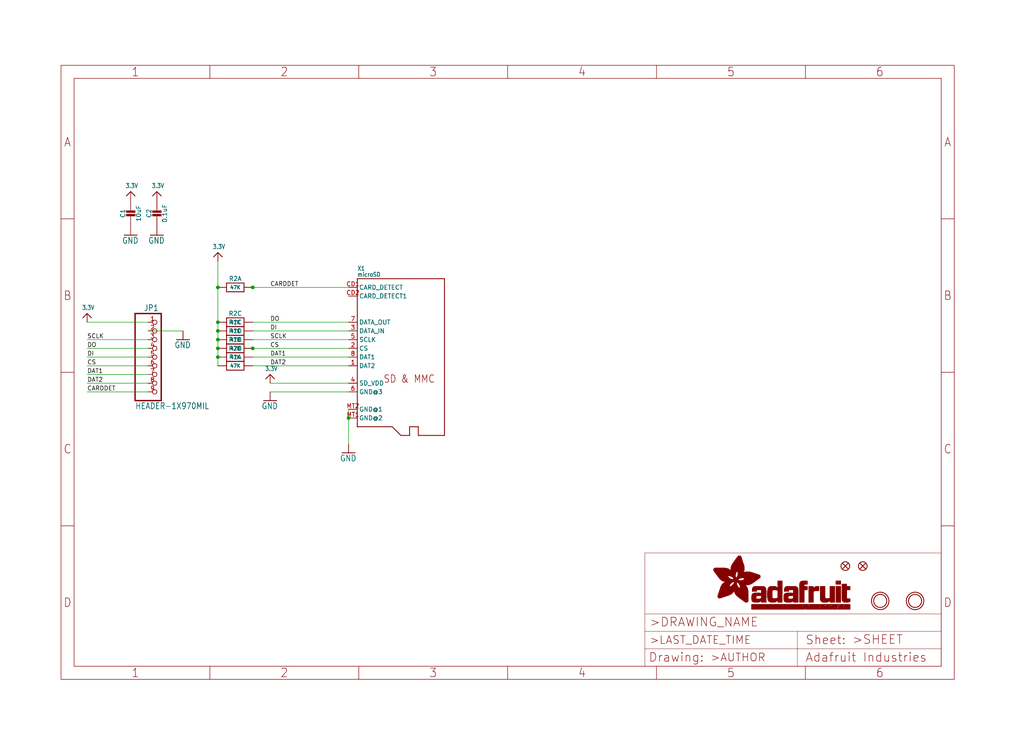
<source format=kicad_sch>
(kicad_sch (version 20211123) (generator eeschema)
  (paper "User" 298.45 217.881)
  (lib_symbols
    (symbol "eagleSchem-eagle-import:3.3V" (power)
      (property "Value" "3.3V" (at -1.524 1.016 0))
      (symbol "3.3V_1_0"
        (pin power_in line (at 0 -2.54 90) (length 2.54) (name "3.3V") (number "1"))
      )
    )
    (symbol "eagleSchem-eagle-import:CAP_CERAMIC0603_NO"
      (property "Reference" "C" (at -2.29 1.25 90))
      (property "Value" "CAP_CERAMIC0603_NO" (at 2.3 1.25 90))
      (symbol "CAP_CERAMIC0603_NO_1_0"
        (pin passive line (at 0 5.08 270) (length 2.54) (name "1") (number "1"))
        (pin passive line (at 0 -2.54 90) (length 2.54) (name "2") (number "2"))
      )
    )
    (symbol "eagleSchem-eagle-import:CAP_CERAMIC0805-NOOUTLINE"
      (property "Reference" "C" (at -2.29 1.25 90))
      (property "Value" "CAP_CERAMIC0805-NOOUTLINE" (at 2.3 1.25 90))
      (symbol "CAP_CERAMIC0805-NOOUTLINE_1_0"
        (pin passive line (at 0 5.08 270) (length 2.54) (name "1") (number "1"))
        (pin passive line (at 0 -2.54 90) (length 2.54) (name "2") (number "2"))
      )
    )
    (symbol "eagleSchem-eagle-import:FIDUCIAL{dblquote}{dblquote}")
    (symbol "eagleSchem-eagle-import:FRAME_A4_ADAFRUIT"
      (symbol "FRAME_A4_ADAFRUIT_0_0"
        (text "1" (at 21.6958 1.905 0) (effects (font (size 2.54 2.286))))
        (text "1" (at 21.6958 177.165 0) (effects (font (size 2.54 2.286))))
        (text "2" (at 65.0875 1.905 0) (effects (font (size 2.54 2.286))))
        (text "2" (at 65.0875 177.165 0) (effects (font (size 2.54 2.286))))
        (text "3" (at 108.4792 1.905 0) (effects (font (size 2.54 2.286))))
        (text "3" (at 108.4792 177.165 0) (effects (font (size 2.54 2.286))))
        (text "4" (at 151.8708 1.905 0) (effects (font (size 2.54 2.286))))
        (text "4" (at 151.8708 177.165 0) (effects (font (size 2.54 2.286))))
        (text "5" (at 195.2625 1.905 0) (effects (font (size 2.54 2.286))))
        (text "5" (at 195.2625 177.165 0) (effects (font (size 2.54 2.286))))
        (text "6" (at 238.6542 1.905 0) (effects (font (size 2.54 2.286))))
        (text "6" (at 238.6542 177.165 0) (effects (font (size 2.54 2.286))))
        (text "A" (at 1.905 156.6863 0) (effects (font (size 2.54 2.286))))
        (text "A" (at 258.445 156.6863 0) (effects (font (size 2.54 2.286))))
        (text "B" (at 1.905 111.9188 0) (effects (font (size 2.54 2.286))))
        (text "B" (at 258.445 111.9188 0) (effects (font (size 2.54 2.286))))
        (text "C" (at 1.905 67.1513 0) (effects (font (size 2.54 2.286))))
        (text "C" (at 258.445 67.1513 0) (effects (font (size 2.54 2.286))))
        (text "D" (at 1.905 22.3838 0) (effects (font (size 2.54 2.286))))
        (text "D" (at 258.445 22.3838 0) (effects (font (size 2.54 2.286))))
      )
      (symbol "FRAME_A4_ADAFRUIT_1_0"
        (text ">AUTHOR" (at 189.23 5.08 0) (effects (font (size 2.286 2.286)) (justify left bottom)))
        (text ">DRAWING_NAME" (at 171.45 15.24 0) (effects (font (size 2.54 2.54)) (justify left bottom)))
        (text ">LAST_DATE_TIME" (at 171.45 10.16 0) (effects (font (size 2.286 2.286)) (justify left bottom)))
        (text ">SHEET" (at 230.505 10.16 0) (effects (font (size 2.54 2.54)) (justify left bottom)))
        (text "Adafruit Industries" (at 216.916 4.953 0) (effects (font (size 2.54 2.54)) (justify left bottom)))
        (text "Drawing:" (at 171.196 4.953 0) (effects (font (size 2.54 2.54)) (justify left bottom)))
        (text "Sheet:" (at 216.916 10.033 0) (effects (font (size 2.54 2.54)) (justify left bottom)))
      )
    )
    (symbol "eagleSchem-eagle-import:GND" (power)
      (property "Value" "GND" (at -2.54 -2.54 0))
      (symbol "GND_1_0"
        (pin power_in line (at 0 2.54 270) (length 2.54) (name "GND") (number "1"))
      )
    )
    (symbol "eagleSchem-eagle-import:HEADER-1X970MIL"
      (property "Reference" "JP" (at -6.35 13.335 0))
      (property "Value" "HEADER-1X970MIL" (at -6.35 -15.24 0))
      (symbol "HEADER-1X970MIL_1_0"
        (pin passive inverted (at -2.54 10.16 0) (length 2.54) (name "1") (number "1"))
        (pin passive inverted (at -2.54 7.62 0) (length 2.54) (name "2") (number "2"))
        (pin passive inverted (at -2.54 5.08 0) (length 2.54) (name "3") (number "3"))
        (pin passive inverted (at -2.54 2.54 0) (length 2.54) (name "4") (number "4"))
        (pin passive inverted (at -2.54 0 0) (length 2.54) (name "5") (number "5"))
        (pin passive inverted (at -2.54 -2.54 0) (length 2.54) (name "6") (number "6"))
        (pin passive inverted (at -2.54 -5.08 0) (length 2.54) (name "7") (number "7"))
        (pin passive inverted (at -2.54 -7.62 0) (length 2.54) (name "8") (number "8"))
        (pin passive inverted (at -2.54 -10.16 0) (length 2.54) (name "9") (number "9"))
      )
    )
    (symbol "eagleSchem-eagle-import:MICROSD"
      (property "Reference" "X" (at -12.7 22.606 0))
      (property "Value" "MICROSD" (at -12.7 20.828 0))
      (symbol "MICROSD_1_0"
        (text "SD & MMC" (at -5.08 -10.16 0) (effects (font (size 2.1844 1.8567)) (justify left bottom)))
        (pin bidirectional line (at -15.24 -5.08 0) (length 2.54) (name "DAT2") (number "1"))
        (pin input line (at -15.24 0 0) (length 2.54) (name "CS") (number "2"))
        (pin input line (at -15.24 5.08 0) (length 2.54) (name "DATA_IN") (number "3"))
        (pin power_in line (at -15.24 -10.16 0) (length 2.54) (name "SD_VDD") (number "4"))
        (pin input line (at -15.24 2.54 0) (length 2.54) (name "SCLK") (number "5"))
        (pin power_in line (at -15.24 -12.7 0) (length 2.54) (name "GND@3") (number "6"))
        (pin output line (at -15.24 7.62 0) (length 2.54) (name "DATA_OUT") (number "7"))
        (pin bidirectional line (at -15.24 -2.54 0) (length 2.54) (name "DAT1") (number "8"))
        (pin passive line (at -15.24 17.78 0) (length 2.54) (name "CARD_DETECT") (number "CD1"))
        (pin passive line (at -15.24 15.24 0) (length 2.54) (name "CARD_DETECT1") (number "CD2"))
        (pin power_in line (at -15.24 -20.32 0) (length 2.54) (name "GND@2") (number "MT1"))
        (pin power_in line (at -15.24 -17.78 0) (length 2.54) (name "GND@1") (number "MT2"))
      )
    )
    (symbol "eagleSchem-eagle-import:MOUNTINGHOLE2.5")
    (symbol "eagleSchem-eagle-import:RESISTOR_4PACK"
      (property "Reference" "R" (at 0 2.54 0))
      (property "Value" "RESISTOR_4PACK" (at 0 0 0))
      (symbol "RESISTOR_4PACK_1_0"
        (pin passive line (at -5.08 0 0) (length 2.54) (name "1") (number "1"))
        (pin passive line (at 5.08 0 180) (length 2.54) (name "2") (number "8"))
      )
      (symbol "RESISTOR_4PACK_2_0"
        (pin passive line (at -5.08 0 0) (length 2.54) (name "1") (number "2"))
        (pin passive line (at 5.08 0 180) (length 2.54) (name "2") (number "7"))
      )
      (symbol "RESISTOR_4PACK_3_0"
        (pin passive line (at -5.08 0 0) (length 2.54) (name "1") (number "3"))
        (pin passive line (at 5.08 0 180) (length 2.54) (name "2") (number "6"))
      )
      (symbol "RESISTOR_4PACK_4_0"
        (pin passive line (at -5.08 0 0) (length 2.54) (name "1") (number "4"))
        (pin passive line (at 5.08 0 180) (length 2.54) (name "2") (number "5"))
      )
    )
  )
  (junction (at 63.5 101.6))
  (junction (at 63.5 83.82))
  (junction (at 63.5 99.06))
  (junction (at 73.66 83.82))
  (junction (at 63.5 93.98))
  (junction (at 63.5 96.52))
  (junction (at 63.5 104.14))
  (junction (at 73.66 101.6))
  (junction (at 101.6 121.92))
  (wire (pts (xy 25.4 93.98) (xy 43.18 93.98)))
  (wire (pts (xy 63.5 106.68) (xy 63.5 104.14)))
  (wire (pts (xy 25.4 114.3) (xy 43.18 114.3)))
  (wire (pts (xy 73.66 106.68) (xy 101.6 106.68)))
  (wire (pts (xy 43.18 104.14) (xy 25.4 104.14)))
  (wire (pts (xy 63.5 101.6) (xy 63.5 99.06)))
  (wire (pts (xy 73.66 104.14) (xy 101.6 104.14)))
  (wire (pts (xy 101.6 99.06) (xy 73.66 99.06)))
  (wire (pts (xy 25.4 109.22) (xy 43.18 109.22)))
  (wire (pts (xy 63.5 104.14) (xy 63.5 101.6)))
  (wire (pts (xy 25.4 111.76) (xy 43.18 111.76)))
  (wire (pts (xy 101.6 114.3) (xy 78.74 114.3)))
  (wire (pts (xy 73.66 83.82) (xy 71.12 83.82)))
  (wire (pts (xy 101.6 121.92) (xy 101.6 129.54)))
  (wire (pts (xy 63.5 96.52) (xy 63.5 93.98)))
  (wire (pts (xy 63.5 83.82) (xy 63.5 76.2)))
  (wire (pts (xy 101.6 83.82) (xy 73.66 83.82)))
  (wire (pts (xy 53.34 96.52) (xy 43.18 96.52)))
  (wire (pts (xy 101.6 111.76) (xy 78.74 111.76)))
  (wire (pts (xy 71.12 101.6) (xy 73.66 101.6)))
  (wire (pts (xy 73.66 96.52) (xy 101.6 96.52)))
  (wire (pts (xy 25.4 101.6) (xy 43.18 101.6)))
  (wire (pts (xy 101.6 119.38) (xy 101.6 121.92)))
  (wire (pts (xy 25.4 106.68) (xy 43.18 106.68)))
  (wire (pts (xy 63.5 99.06) (xy 63.5 96.52)))
  (wire (pts (xy 63.5 93.98) (xy 63.5 83.82)))
  (wire (pts (xy 43.18 99.06) (xy 25.4 99.06)))
  (wire (pts (xy 101.6 93.98) (xy 73.66 93.98)))
  (wire (pts (xy 73.66 101.6) (xy 101.6 101.6)))
  (label "DAT1" (at 25.4 109.22 0) (effects (font (size 1.2446 1.2446))))
  (label "DO" (at 25.4 101.6 0) (effects (font (size 1.2446 1.2446))))
  (label "CS" (at 25.4 106.68 0) (effects (font (size 1.2446 1.2446))))
  (label "DAT1" (at 78.74 104.14 0) (effects (font (size 1.2446 1.2446))))
  (label "CS" (at 78.74 101.6 0) (effects (font (size 1.2446 1.2446))))
  (label "CARDDET" (at 78.74 83.82 0) (effects (font (size 1.2446 1.2446))))
  (label "DI" (at 78.74 96.52 0) (effects (font (size 1.2446 1.2446))))
  (label "DI" (at 25.4 104.14 0) (effects (font (size 1.2446 1.2446))))
  (label "CARDDET" (at 25.4 114.3 0) (effects (font (size 1.2446 1.2446))))
  (label "DAT2" (at 78.74 106.68 0) (effects (font (size 1.2446 1.2446))))
  (label "DO" (at 78.74 93.98 0) (effects (font (size 1.2446 1.2446))))
  (label "SCLK" (at 25.4 99.06 0) (effects (font (size 1.2446 1.2446))))
  (label "DAT2" (at 25.4 111.76 0) (effects (font (size 1.2446 1.2446))))
  (label "SCLK" (at 78.74 99.06 0) (effects (font (size 1.2446 1.2446))))
  (symbol (lib_id "eagleSchem-eagle-import:3.3V") (at 45.72 55.88 0) (unit 1)
    (property "Reference" "#U$10" (effects hide))
    (property "Value" "3.3V" (at 44.196 54.864 0) (effects (font (size 1.27 1.0795)) (justify left bottom)))
    (property "Footprint" "eagleSchem:" (effects hide))
  )
  (symbol (lib_id "eagleSchem-eagle-import:GND") (at 53.34 99.06 0) (unit 1)
    (property "Reference" "#GND4" (effects hide))
    (property "Value" "GND" (at 50.8 101.6 0) (effects (font (size 1.778 1.5113)) (justify left bottom)))
    (property "Footprint" "eagleSchem:" (effects hide))
  )
  (symbol (lib_id "eagleSchem-eagle-import:GND") (at 101.6 132.08 0) (unit 1)
    (property "Reference" "#GND1" (effects hide))
    (property "Value" "GND" (at 99.06 134.62 0) (effects (font (size 1.778 1.5113)) (justify left bottom)))
    (property "Footprint" "eagleSchem:" (effects hide))
  )
  (symbol (lib_id "eagleSchem-eagle-import:GND") (at 45.72 68.58 0) (unit 1)
    (property "Reference" "#GND6" (effects hide))
    (property "Value" "GND" (at 43.18 71.12 0) (effects (font (size 1.778 1.5113)) (justify left bottom)))
    (property "Footprint" "eagleSchem:" (effects hide))
  )
  (symbol (lib_id "eagleSchem-eagle-import:CAP_CERAMIC0603_NO") (at 45.72 63.5 0) (unit 1)
    (property "Reference" "C2" (at 43.43 62.25 90))
    (property "Value" "0.1uF" (at 48.02 62.25 90))
    (property "Footprint" "eagleSchem:0603-NO" (effects hide))
  )
  (symbol (lib_id "eagleSchem-eagle-import:FRAME_A4_ADAFRUIT") (at 17.78 198.12 0) (unit 1)
    (property "Reference" "#U$3" (effects hide))
    (property "Value" "FRAME_A4_ADAFRUIT" (effects hide))
    (property "Footprint" "eagleSchem:" (effects hide))
  )
  (symbol (lib_id "eagleSchem-eagle-import:RESISTOR_4PACK") (at 68.58 101.6 0) (unit 2)
    (property "Reference" "R1" (at 68.58 99.06 0))
    (property "Value" "47K" (at 68.58 101.6 0) (effects (font (size 1.016 1.016) bold)))
    (property "Footprint" "eagleSchem:RESPACK_4X0603" (effects hide))
  )
  (symbol (lib_id "eagleSchem-eagle-import:FIDUCIAL{dblquote}{dblquote}") (at 251.46 165.1 0) (unit 1)
    (property "Reference" "FID2" (effects hide))
    (property "Value" "FIDUCIAL{dblquote}{dblquote}" (effects hide))
    (property "Footprint" "eagleSchem:FIDUCIAL_1MM" (effects hide))
  )
  (symbol (lib_id "eagleSchem-eagle-import:RESISTOR_4PACK") (at 68.58 83.82 0) (unit 1)
    (property "Reference" "R2" (at 68.58 81.28 0))
    (property "Value" "47K" (at 68.58 83.82 0) (effects (font (size 1.016 1.016) bold)))
    (property "Footprint" "eagleSchem:RESPACK_4X0603" (effects hide))
  )
  (symbol (lib_id "eagleSchem-eagle-import:GND") (at 78.74 116.84 0) (unit 1)
    (property "Reference" "#GND2" (effects hide))
    (property "Value" "GND" (at 76.2 119.38 0) (effects (font (size 1.778 1.5113)) (justify left bottom)))
    (property "Footprint" "eagleSchem:" (effects hide))
  )
  (symbol (lib_id "eagleSchem-eagle-import:3.3V") (at 38.1 55.88 0) (unit 1)
    (property "Reference" "#U$9" (effects hide))
    (property "Value" "3.3V" (at 36.576 54.864 0) (effects (font (size 1.27 1.0795)) (justify left bottom)))
    (property "Footprint" "eagleSchem:" (effects hide))
  )
  (symbol (lib_id "eagleSchem-eagle-import:MICROSD") (at 116.84 101.6 0) (unit 1)
    (property "Reference" "X1" (at 104.14 78.994 0) (effects (font (size 1.27 1.0795)) (justify left bottom)))
    (property "Value" "microSD" (at 104.14 80.772 0) (effects (font (size 1.27 1.0795)) (justify left bottom)))
    (property "Footprint" "eagleSchem:MICROSD" (effects hide))
  )
  (symbol (lib_id "eagleSchem-eagle-import:3.3V") (at 63.5 73.66 0) (unit 1)
    (property "Reference" "#U$8" (effects hide))
    (property "Value" "3.3V" (at 61.976 72.644 0) (effects (font (size 1.27 1.0795)) (justify left bottom)))
    (property "Footprint" "eagleSchem:" (effects hide))
  )
  (symbol (lib_id "eagleSchem-eagle-import:RESISTOR_4PACK") (at 68.58 104.14 0) (unit 2)
    (property "Reference" "R2" (at 68.58 101.6 0))
    (property "Value" "47K" (at 68.58 104.14 0) (effects (font (size 1.016 1.016) bold)))
    (property "Footprint" "eagleSchem:RESPACK_4X0603" (effects hide))
  )
  (symbol (lib_id "eagleSchem-eagle-import:GND") (at 38.1 68.58 0) (unit 1)
    (property "Reference" "#GND5" (effects hide))
    (property "Value" "GND" (at 35.56 71.12 0) (effects (font (size 1.778 1.5113)) (justify left bottom)))
    (property "Footprint" "eagleSchem:" (effects hide))
  )
  (symbol (lib_id "eagleSchem-eagle-import:HEADER-1X970MIL") (at 45.72 104.14 0) (unit 1)
    (property "Reference" "JP1" (at 41.91 90.805 0) (effects (font (size 1.778 1.5113)) (justify left bottom)))
    (property "Value" "HEADER-1X970MIL" (at 39.37 119.38 0) (effects (font (size 1.778 1.5113)) (justify left bottom)))
    (property "Footprint" "eagleSchem:1X09_ROUND_70" (effects hide))
  )
  (symbol (lib_id "eagleSchem-eagle-import:MOUNTINGHOLE2.5") (at 256.54 175.26 0) (unit 1)
    (property "Reference" "U$1" (effects hide))
    (property "Value" "MOUNTINGHOLE2.5" (effects hide))
    (property "Footprint" "eagleSchem:MOUNTINGHOLE_2.5_PLATED" (effects hide))
  )
  (symbol (lib_id "eagleSchem-eagle-import:RESISTOR_4PACK") (at 68.58 99.06 0) (unit 4)
    (property "Reference" "R1" (at 68.58 96.52 0))
    (property "Value" "47K" (at 68.58 99.06 0) (effects (font (size 1.016 1.016) bold)))
    (property "Footprint" "eagleSchem:RESPACK_4X0603" (effects hide))
  )
  (symbol (lib_id "eagleSchem-eagle-import:CAP_CERAMIC0805-NOOUTLINE") (at 38.1 63.5 0) (unit 1)
    (property "Reference" "C1" (at 35.81 62.25 90))
    (property "Value" "10uF" (at 40.4 62.25 90))
    (property "Footprint" "eagleSchem:0805-NO" (effects hide))
  )
  (symbol (lib_id "eagleSchem-eagle-import:RESISTOR_4PACK") (at 68.58 96.52 0) (unit 3)
    (property "Reference" "R1" (at 68.58 93.98 0))
    (property "Value" "47K" (at 68.58 96.52 0) (effects (font (size 1.016 1.016) bold)))
    (property "Footprint" "eagleSchem:RESPACK_4X0603" (effects hide))
  )
  (symbol (lib_id "eagleSchem-eagle-import:RESISTOR_4PACK") (at 68.58 106.68 0) (unit 1)
    (property "Reference" "R1" (at 68.58 104.14 0))
    (property "Value" "47K" (at 68.58 106.68 0) (effects (font (size 1.016 1.016) bold)))
    (property "Footprint" "eagleSchem:RESPACK_4X0603" (effects hide))
  )
  (symbol (lib_id "eagleSchem-eagle-import:3.3V") (at 25.4 91.44 0) (unit 1)
    (property "Reference" "#U$6" (effects hide))
    (property "Value" "3.3V" (at 23.876 90.424 0) (effects (font (size 1.27 1.0795)) (justify left bottom)))
    (property "Footprint" "eagleSchem:" (effects hide))
  )
  (symbol (lib_id "eagleSchem-eagle-import:FIDUCIAL{dblquote}{dblquote}") (at 246.38 165.1 0) (unit 1)
    (property "Reference" "FID1" (effects hide))
    (property "Value" "FIDUCIAL{dblquote}{dblquote}" (effects hide))
    (property "Footprint" "eagleSchem:FIDUCIAL_1MM" (effects hide))
  )
  (symbol (lib_id "eagleSchem-eagle-import:3.3V") (at 78.74 109.22 0) (unit 1)
    (property "Reference" "#U$5" (effects hide))
    (property "Value" "3.3V" (at 77.216 108.204 0) (effects (font (size 1.27 1.0795)) (justify left bottom)))
    (property "Footprint" "eagleSchem:" (effects hide))
  )
  (symbol (lib_id "eagleSchem-eagle-import:MOUNTINGHOLE2.5") (at 266.7 175.26 0) (unit 1)
    (property "Reference" "U$2" (effects hide))
    (property "Value" "MOUNTINGHOLE2.5" (effects hide))
    (property "Footprint" "eagleSchem:MOUNTINGHOLE_2.5_PLATED" (effects hide))
  )
  (symbol (lib_id "eagleSchem-eagle-import:RESISTOR_4PACK") (at 68.58 93.98 0) (unit 3)
    (property "Reference" "R2" (at 68.58 91.44 0))
    (property "Value" "47K" (at 68.58 93.98 0) (effects (font (size 1.016 1.016) bold)))
    (property "Footprint" "eagleSchem:RESPACK_4X0603" (effects hide))
  )
)
</source>
